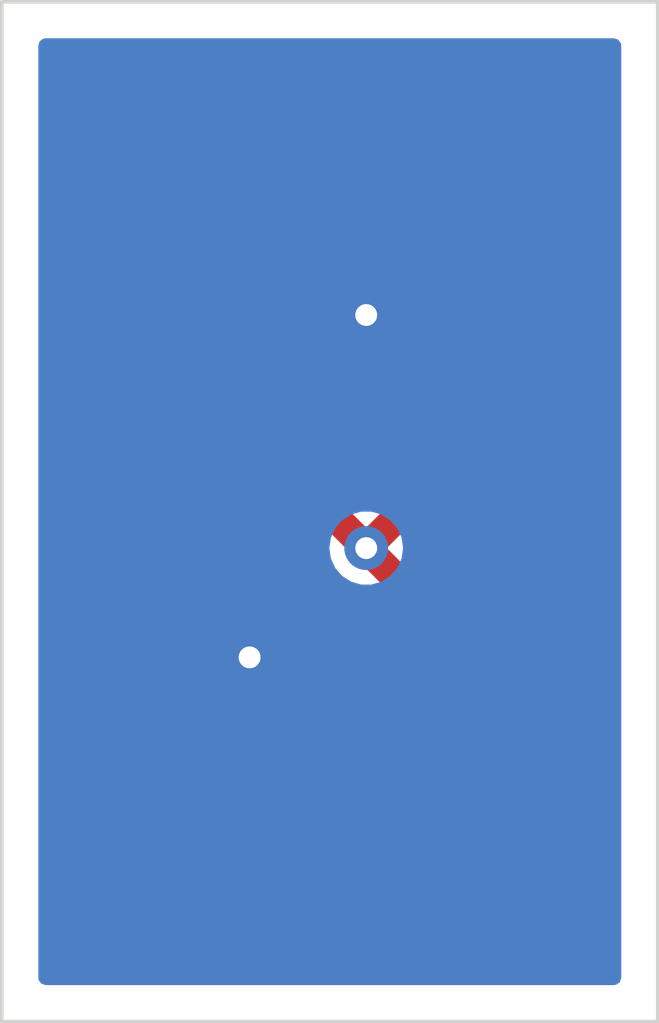
<source format=kicad_pcb>
(kicad_pcb (version 20240108) (generator "pcbnew") (generator_version "8.0")
  (layers (0 "F.Cu" signal) (31 "B.Cu" signal) (34 "B.Paste" user) (35 "F.Paste" user) (36 "B.SilkS" user "B.Silkscreen") (37 "F.SilkS" user "F.Silkscreen") (38 "B.Mask" user) (39 "F.Mask" user) (44 "Edge.Cuts" user))
  (net 0 "")
  (net 1 "/MSL")
  (net 2 "GND")
  (footprint "antmicro-footprints:NetTie-2_SMD_Pad0.127mm" (layer "F.Cu") (at 147 112.4 90)
    (property "Reference" "TP3" (hide yes))
    (property "Value" "Net-Tie_2")
    (fp_poly (pts (xy -0.0635 -0.0635) (xy 0.0625 -0.0635) (xy 0.0625 0.0635) (xy -0.0635 0.0635)) (fill solid) (layer "F.Cu"))
    (pad "1" smd roundrect (at -0.127 0 270) (size 0.127 0.127) (layers "F.Cu") (roundrect_rratio 0.5) (chamfer_ratio 0) (chamfer top_left bottom_left) (net 1 "/MSL"))
    (pad "2" smd roundrect (at 0.126 0 90) (size 0.127 0.127) (layers "F.Cu") (roundrect_rratio 0.5) (chamfer_ratio 0) (chamfer top_left bottom_left) (net 1 "/MSL"))
  )
  (footprint "antmicro-footprints:Simulation_Port" (layer "F.Cu") (at 146.5 103.25 180)
    (property "Reference" "SP3")
    (property "Value" "Simulation_Port" (hide yes))
  )
  (footprint "antmicro-footprints:Simulation_Port" (layer "F.Cu") (at 147 112.75)
    (property "Reference" "SP2")
    (property "Value" "Simulation_Port" (hide yes))
  )
  (footprint "antmicro-footprints:NetTie-2_SMD_Pad0.127mm" (layer "F.Cu") (at 143 103.5 -90)
    (property "Reference" "TP1" (hide yes))
    (property "Value" "Net-Tie_2")
    (fp_poly (pts (xy -0.0635 -0.0635) (xy 0.0625 -0.0635) (xy 0.0625 0.0635) (xy -0.0635 0.0635)) (fill solid) (layer "F.Cu"))
    (pad "1" smd roundrect (at -0.127 0 90) (size 0.127 0.127) (layers "F.Cu") (roundrect_rratio 0.5) (chamfer_ratio 0) (chamfer top_left bottom_left) (net 1 "/MSL"))
    (pad "2" smd roundrect (at 0.126 0 270) (size 0.127 0.127) (layers "F.Cu") (roundrect_rratio 0.5) (chamfer_ratio 0) (chamfer top_left bottom_left) (net 1 "/MSL"))
  )
  (footprint "antmicro-footprints:Simulation_Port" (layer "F.Cu") (at 143 103.25 180)
    (property "Reference" "SP1")
    (property "Value" "Simulation_Port" (hide yes))
  )
  (footprint "antmicro-footprints:NetTie-2_SMD_Pad0.127mm" (layer "B.Cu") (at 141 113.5 180)
    (property "Reference" "TP4" (hide yes))
    (property "Value" "Net-Tie_2")
    (fp_poly (pts (xy -0.0635 0.0635) (xy 0.0625 0.0635) (xy 0.0625 -0.0635) (xy -0.0635 -0.0635)) (fill solid) (layer "B.Cu"))
    (pad "1" smd roundrect (at -0.127 0) (size 0.127 0.127) (layers "B.Cu") (roundrect_rratio 0.5) (chamfer_ratio 0) (chamfer top_left bottom_left) (net 2 "GND"))
    (pad "2" smd roundrect (at 0.126 0 180) (size 0.127 0.127) (layers "B.Cu") (roundrect_rratio 0.5) (chamfer_ratio 0) (chamfer top_left bottom_left) (net 2 "GND"))
  )
  (footprint "antmicro-footprints:NetTie-2_SMD_Pad0.127mm" (layer "B.Cu") (at 141 114 180)
    (property "Reference" "TP2" (hide yes))
    (property "Value" "Net-Tie_2")
    (fp_poly (pts (xy -0.0635 0.0635) (xy 0.0625 0.0635) (xy 0.0625 -0.0635) (xy -0.0635 -0.0635)) (fill solid) (layer "B.Cu"))
    (pad "1" smd roundrect (at -0.127 0) (size 0.127 0.127) (layers "B.Cu") (roundrect_rratio 0.5) (chamfer_ratio 0) (chamfer top_left bottom_left) (net 2 "GND"))
    (pad "2" smd roundrect (at 0.126 0 180) (size 0.127 0.127) (layers "B.Cu") (roundrect_rratio 0.5) (chamfer_ratio 0) (chamfer top_left bottom_left) (net 2 "GND"))
  )
  (gr_rect (start 140 101) (end 149 115) (stroke (width 0.05)) (fill none) (layer "Edge.Cuts"))
  (segment (start 145 108.5) (end 145.914214 107.585786) (width 0.4) (layer "F.Cu") (net 1))
  (segment (start 146.998156 111.19746) (end 146.998156 112.498156) (width 0.4) (layer "F.Cu") (net 1))
  (segment (start 146.5 106.171573) (end 146.5 103.5) (width 0.4) (layer "F.Cu") (net 1))
  (segment (start 143 103.373) (end 143 105.671573) (width 0.4) (layer "F.Cu") (net 1))
  (segment (start 146.998156 112.498156) (end 147 112.5) (width 0.4) (layer "F.Cu") (net 1))
  (segment (start 143.585787 107.085787) (end 145 108.5) (width 0.4) (layer "F.Cu") (net 1))
  (segment (start 145 108.5) (end 146.414214 109.914214) (width 0.4) (layer "F.Cu") (net 1))
  (via (at 145 108.5) (size 0.6) (drill 0.3) (layers "F.Cu" "B.Cu") (net 1))
  (arc (start 146.414214 109.914214) (mid 146.82172 110.503015) (end 146.998156 111.19746) (width 0.4) (layer "F.Cu") (net 1))
  (arc (start 145.914214 107.585786) (mid 146.34775 106.936938) (end 146.5 106.171573) (width 0.4) (layer "F.Cu") (net 1))
  (arc (start 143 105.671573) (mid 143.15225 106.436939) (end 143.585787 107.085787) (width 0.4) (layer "F.Cu") (net 1))
  (via (at 145 105.3) (size 0.6) (drill 0.3) (layers "F.Cu" "B.Cu") (net 2))
  (via (at 143.4 110) (size 0.6) (drill 0.3) (layers "F.Cu" "B.Cu") (net 2))
  (zone (net 2) (net_name "GND") (layer "F.Cu") (priority 1) (connect_pads (clearance 0.2)) (min_thickness 0.25) (fill yes (thermal_gap 0.5) (thermal_bridge_width 0.5))
    (polygon (pts (xy 140 101) (xy 140 115) (xy 149 115) (xy 149 101)))
  )
  (zone (net 2) (net_name "GND") (layer "B.Cu") (connect_pads yes (clearance 0.2)) (min_thickness 0.2) (fill yes (thermal_gap 0.508) (thermal_bridge_width 0.508) (island_removal_mode 1) (island_area_min 0))
    (polygon (pts (xy 149 115) (xy 140 115) (xy 140 101) (xy 149 101)))
  )
)
</source>
